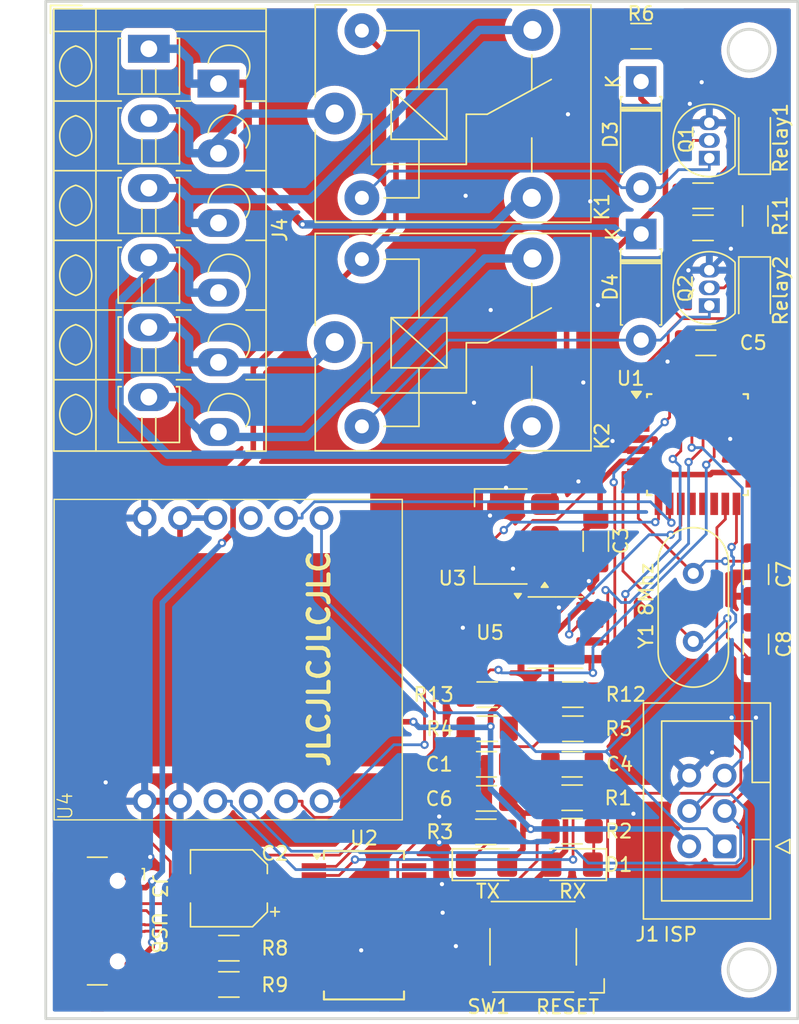
<source format=kicad_pcb>
(kicad_pcb (version 20240108) (generator "pcbnew") (generator_version "8.0")
  (layers (0 "F.Cu" signal) (31 "B.Cu" signal) (34 "B.Paste" user) (35 "F.Paste" user) (36 "B.SilkS" user "B.Silkscreen") (37 "F.SilkS" user "F.Silkscreen") (38 "B.Mask" user) (39 "F.Mask" user) (44 "Edge.Cuts" user))
  (net 0 "")
  (net 1 "GND")
  (net 2 "VCC")
  (net 3 "Net-(U2-DTR)")
  (net 4 "MCU_RESET")
  (net 5 "Net-(U1-XTAL1{slash}PB6)")
  (net 6 "Net-(U1-XTAL2{slash}PB7)")
  (net 7 "Net-(D1-K)")
  (net 8 "Net-(D2-K)")
  (net 9 "Net-(D3-A)")
  (net 10 "Net-(D4-A)")
  (net 11 "MCU_MISO")
  (net 12 "MCU_SCK")
  (net 13 "MCU_MOSI")
  (net 14 "RELAY_2_NC")
  (net 15 "RELAY_2_NO")
  (net 16 "RELAY_1_NC")
  (net 17 "RELAY_1_COM")
  (net 18 "RELAY_1_NO")
  (net 19 "RELAY_2_COM")
  (net 20 "Net-(D5-K)")
  (net 21 "Net-(U2-CBUS0)")
  (net 22 "Net-(U2-CBUS1)")
  (net 23 "MCU_TX")
  (net 24 "Net-(U2-RXD)")
  (net 25 "Net-(U2-TXD)")
  (net 26 "MCU_RX")
  (net 27 "RELAY_1")
  (net 28 "RELAY_2")
  (net 31 "Net-(D6-K)")
  (net 36 "VBUS")
  (net 40 "W5500_RST")
  (net 53 "W5500_INT")
  (net 55 "Net-(J3-CC1)")
  (net 57 "W5500_CS")
  (net 59 "Net-(J3-CC2)")
  (net 60 "I2C_SDA")
  (net 61 "EEPROM_WP")
  (net 62 "I2C_SCL")
  (net 63 "Net-(Q1-B)")
  (net 64 "Net-(Q2-B)")
  (net 65 "USB_D+")
  (net 66 "USB_D-")
  (footprint "Capacitor_SMD:C_1206_3216Metric_Pad1.33x1.80mm_HandSolder" (layer "F.Cu") (at 105.4 54.5 180)
    (property "Reference" "C5")
    (property "Value" "1µF" (hide yes))
  )
  (footprint "Crystal:Crystal_HC49-4H_Vertical" (layer "F.Cu") (at 104.5 71.05 -90)
    (property "Reference" "Y1")
    (property "Value" "16Mhz" (hide yes))
  )
  (footprint "Button_Switch_SMD:SW_SPST_Omron_B3FS-100xP" (layer "F.Cu") (at 93 97.85 180)
    (property "Reference" "SW1")
    (property "Value" "SW_Omron_B3FS" (hide yes))
  )
  (footprint "Resistor_SMD:R_1206_3216Metric_Pad1.30x1.75mm_HandSolder" (layer "F.Cu") (at 89.7 82.2)
    (property "Reference" "R4")
    (property "Value" "1K" (hide yes))
  )
  (footprint "Relay_THT:Relay_SPDT_SANYOU_SRD_Series_Form_C" (layer "F.Cu") (at 78.75 38.05)
    (property "Reference" "K1")
    (property "Value" "SRD-05VDC-SL-C" (hide yes))
  )
  (footprint "Resistor_SMD:R_1206_3216Metric_Pad1.30x1.75mm_HandSolder" (layer "F.Cu") (at 89.7 79.75 180)
    (property "Reference" "R13")
    (property "Value" "10K" (hide yes))
  )
  (footprint "Resistor_SMD:R_1206_3216Metric_Pad1.30x1.75mm_HandSolder" (layer "F.Cu") (at 105.2 46.25)
    (property "Reference" "R10" (hide yes))
    (property "Value" "1K" (hide yes))
  )
  (footprint "Capacitor_SMD:CP_Elec_5x5.8" (layer "F.Cu") (at 71.15 93.65 180)
    (property "Reference" "C2")
    (property "Value" "100µF")
  )
  (footprint "Package_SO:SOIC-8_3.9x4.9mm_P1.27mm" (layer "F.Cu") (at 94.6 75.3)
    (property "Reference" "U5")
    (property "Value" "24LC512" (hide yes))
  )
  (footprint "Resistor_SMD:R_1206_3216Metric_Pad1.30x1.75mm_HandSolder" (layer "F.Cu") (at 95.8 87.15)
    (property "Reference" "R1")
    (property "Value" "1K")
  )
  (footprint "LED_SMD:LED_1206_3216Metric_Pad1.42x1.75mm_HandSolder" (layer "F.Cu") (at 108.9 39.95 90)
    (property "Reference" "D5" (hide yes))
    (property "Value" "Relay1" (hide yes))
  )
  (footprint "Capacitor_SMD:C_1206_3216Metric_Pad1.33x1.80mm_HandSolder" (layer "F.Cu") (at 109 76.1275 90)
    (property "Reference" "C8")
    (property "Value" "20pF" (hide yes))
  )
  (footprint "Connector_IDC:IDC-Header_2x03_P2.54mm_Vertical" (layer "F.Cu") (at 106.75 90.64 180)
    (property "Reference" "J1")
    (property "Value" "AVR-ISP-6" (hide yes))
  )
  (footprint "Package_QFP:TQFP-32_7x7mm_P0.8mm" (layer "F.Cu") (at 104.8 61.81)
    (property "Reference" "U1")
    (property "Value" "ATmega328P-A" (hide yes))
  )
  (footprint "Resistor_SMD:R_1206_3216Metric_Pad1.30x1.75mm_HandSolder" (layer "F.Cu") (at 71.15 100.55 180)
    (property "Reference" "R9")
    (property "Value" "5.1K" (hide yes))
  )
  (footprint "Resistor_SMD:R_1206_3216Metric_Pad1.30x1.75mm_HandSolder" (layer "F.Cu") (at 95.85 82.2)
    (property "Reference" "R5")
    (property "Value" "1K" (hide yes))
  )
  (footprint "Diode_THT:D_DO-41_SOD81_P7.62mm_Horizontal" (layer "F.Cu") (at 100.75 35.75 -90)
    (property "Reference" "D3")
    (property "Value" "1N4007" (hide yes))
  )
  (footprint "Package_TO_SOT_THT:TO-92_Inline" (layer "F.Cu") (at 105.65 51.83 90)
    (property "Reference" "Q2")
    (property "Value" "BC546" (hide yes))
  )
  (footprint "Capacitor_SMD:C_1206_3216Metric_Pad1.33x1.80mm_HandSolder" (layer "F.Cu") (at 89.65 84.75 180)
    (property "Reference" "C1")
    (property "Value" "1µF" (hide yes))
  )
  (footprint "Connector_USB:USB_C_Receptacle_GCT_USB4110" (layer "F.Cu") (at 60.56 96 -90)
    (property "Reference" "J3")
    (property "Value" "USB_C")
  )
  (footprint "Capacitor_SMD:C_1206_3216Metric_Pad1.33x1.80mm_HandSolder" (layer "F.Cu") (at 95.8 84.75 180)
    (property "Reference" "C4")
    (property "Value" "100nF" (hide yes))
  )
  (footprint "Resistor_SMD:R_1206_3216Metric_Pad1.30x1.75mm_HandSolder" (layer "F.Cu") (at 95.8 89.55 180)
    (property "Reference" "R2")
    (property "Value" "1K" (hide yes))
  )
  (footprint "Capacitor_SMD:C_1206_3216Metric_Pad1.33x1.80mm_HandSolder" (layer "F.Cu") (at 89.65 87.2 180)
    (property "Reference" "C6")
    (property "Value" "1µF" (hide yes))
  )
  (footprint "Package_TO_SOT_SMD:SOT-223-3_TabPin2" (layer "F.Cu") (at 90.7 68.4 180)
    (property "Reference" "U3")
    (property "Value" "AMS1117-3.3" (hide yes))
  )
  (footprint "Capacitor_SMD:C_1206_3216Metric_Pad1.33x1.80mm_HandSolder" (layer "F.Cu") (at 109 71.1275 -90)
    (property "Reference" "C7")
    (property "Value" "20pF" (hide yes))
  )
  (footprint "Resistor_SMD:R_1206_3216Metric_Pad1.30x1.75mm_HandSolder" (layer "F.Cu") (at 71.15 97.95 180)
    (property "Reference" "R8")
    (property "Value" "5.1K" (hide yes))
  )
  (footprint "LED_SMD:LED_1206_3216Metric_Pad1.42x1.75mm_HandSolder" (layer "F.Cu") (at 95.8 91.95 180)
    (property "Reference" "D1")
    (property "Value" "RX-RED" (hide yes))
  )
  (footprint "Resistor_SMD:R_1206_3216Metric_Pad1.30x1.75mm_HandSolder" (layer "F.Cu") (at 105.2 43.95)
    (property "Reference" "R7" (hide yes))
    (property "Value" "1K" (hide yes))
  )
  (footprint "Resistor_SMD:R_1206_3216Metric_Pad1.30x1.75mm_HandSolder" (layer "F.Cu") (at 95.85 79.75)
    (property "Reference" "R12")
    (property "Value" "10K" (hide yes))
  )
  (footprint "Diode_THT:D_DO-41_SOD81_P7.62mm_Horizontal" (layer "F.Cu") (at 100.75 46.69 -90)
    (property "Reference" "D4")
    (property "Value" "1N4007" (hide yes))
  )
  (footprint "LED_SMD:LED_1206_3216Metric_Pad1.42x1.75mm_HandSolder" (layer "F.Cu") (at 89.65 91.95)
    (property "Reference" "D2" (hide yes))
    (property "Value" "TX-GREEN" (hide yes))
  )
  (footprint "Relay_THT:Relay_SPDT_SANYOU_SRD_Series_Form_C" (layer "F.Cu") (at 78.75 54.45)
    (property "Reference" "K2")
    (property "Value" "SRD-05VDC-SL-C" (hide yes))
  )
  (footprint "W5500Mini:W5500Mini" (layer "F.Cu") (at 58.1 89.25 90)
    (property "Reference" "U4")
    (property "Value" "~" (hide yes))
  )
  (footprint "Package_TO_SOT_THT:TO-92_Inline" (layer "F.Cu") (at 105.65 41.25 90)
    (property "Reference" "Q1")
    (property "Value" "BC546" (hide yes))
  )
  (footprint "Capacitor_SMD:C_1206_3216Metric_Pad1.33x1.80mm_HandSolder" (layer "F.Cu") (at 97.5 68.75 -90)
    (property "Reference" "C3")
    (property "Value" "1µF" (hide yes))
  )
  (footprint "TerminalBlock_WAGO:TerminalBlock_WAGO_804-106_1x06_P5.00mm_45Degree" (layer "F.Cu") (at 65.4 33.4 -90)
    (property "Reference" "J4")
    (property "Value" "Screw_Terminal_01x06" (hide yes))
  )
  (footprint "LED_SMD:LED_1206_3216Metric_Pad1.42x1.75mm_HandSolder" (layer "F.Cu") (at 108.9 50.8 -90)
    (property "Reference" "D6" (hide yes))
    (property "Value" "Relay2" (hide yes))
  )
  (footprint "Resistor_SMD:R_1206_3216Metric_Pad1.30x1.75mm_HandSolder" (layer "F.Cu") (at 100.75 32.5)
    (property "Reference" "R6")
    (property "Value" "1K" (hide yes))
  )
  (footprint "Resistor_SMD:R_1206_3216Metric_Pad1.30x1.75mm_HandSolder" (layer "F.Cu") (at 89.6 89.6 180)
    (property "Reference" "R3")
    (property "Value" "1K" (hide yes))
  )
  (footprint "Package_SO:SSOP-28_5.3x10.2mm_P0.65mm" (layer "F.Cu") (at 80.85 96.3)
    (property "Reference" "U2")
    (property "Value" "FT232RL")
  )
  (footprint "Resistor_SMD:R_1206_3216Metric_Pad1.30x1.75mm_HandSolder" (layer "F.Cu") (at 108.95 45.4 90)
    (property "Reference" "R11")
    (property "Value" "1K" (hide yes))
  )
  (gr_line (start 81.1 69.4) (end 81.1 68.5) (stroke (width 0.2)) (layer "F.Cu") (net 2))
  (gr_line (start 84 71.9) (end 83.6 72.3) (stroke (width 0.2)) (layer "F.Cu") (net 2))
  (gr_line (start 81.2 69.5) (end 81.2 68.4) (stroke (width 0.2)) (layer "F.Cu") (net 2))
  (gr_line (start 80.1 69.5) (end 81.2 69.5) (stroke (width 0.2)) (layer "F.Cu") (net 2))
  (gr_line (start 83.6 71.8) (end 84.2 71.8) (stroke (width 0.2)) (layer "F.Cu") (net 2))
  (gr_line (start 81.3 69.6) (end 81.3 68.2) (stroke (width 0.2)) (layer "F.Cu") (net 2))
  (gr_line (start 80.5 69.2) (end 80.9 69.2) (stroke (width 0.2)) (layer "F.Cu") (net 2))
  (gr_rect (start 61.75 69.7) (end 83.5 84.8) (stroke (width 0.2)) (fill solid) (layer "F.Cu") (net 2))
  (gr_line (start 80.6 69.1) (end 80.8 69.1) (stroke (width 0.2)) (layer "F.Cu") (net 2))
  (gr_line (start 81 69.3) (end 81 68.7) (stroke (width 0.2)) (layer "F.Cu") (net 2))
  (gr_line (start 81.396545 69.724487) (end 78.696581 69.724487) (stroke (width 0.2)) (layer "F.Cu") (net 2))
  (gr_line (start 81.398466 67.12641) (end 81.396545 69.724487) (stroke (width 0.2)) (layer "F.Cu") (net 2))
  (gr_line (start 80.8 69.1) (end 80.8 69) (stroke (width 0.2)) (layer "F.Cu") (net 2))
  (gr_line (start 80.4 69.3) (end 81 69.3) (stroke (width 0.2)) (layer "F.Cu") (net 2))
  (gr_line (start 79.8 69.6) (end 81.3 69.6) (stroke (width 0.2)) (layer "F.Cu") (net 2))
  (gr_arc (start 83.5 73.1) (mid 83.910051 72.110051) (end 84.9 71.7) (stroke (width 0.2)) (layer "F.Cu") (net 2))
  (gr_line (start 80.9 69.2) (end 80.9 68.8) (stroke (width 0.2)) (layer "F.Cu") (net 2))
  (gr_line (start 83.6 71.9) (end 84 71.9) (stroke (width 0.2)) (layer "F.Cu") (net 2))
  (gr_line (start 83.6 72.3) (end 83.7 71.9) (stroke (width 0.2)) (layer "F.Cu") (net 2))
  (gr_arc (start 81.398465 67.12641) (mid 80.599998 69) (end 78.696579 69.724487) (stroke (width 0.2)) (layer "F.Cu") (net 2))
  (gr_rect (start 81.4 64.9) (end 89.3 71.7) (stroke (width 0.2)) (fill solid) (layer "F.Cu") (net 2))
  (gr_line (start 80.2 69.4) (end 81.1 69.4) (stroke (width 0.2)) (layer "F.Cu") (net 2))
  (gr_line (start 112 103) (end 112 30) (stroke (width 0.2)) (layer "Edge.Cuts"))
  (gr_line (start 112 30) (end 58 30) (stroke (width 0.2)) (layer "Edge.Cuts"))
  (gr_line (start 58 103) (end 112 103) (stroke (width 0.2)) (layer "Edge.Cuts"))
  (gr_circle (center 108.5 99.5) (end 110 99.5) (stroke (width 0.2)) (fill none) (layer "Edge.Cuts"))
  (gr_circle (center 108.5 33.5) (end 110 33.5) (stroke (width 0.2)) (fill none) (layer "Edge.Cuts"))
  (gr_line (start 58 30) (end 58 103) (stroke (width 0.2)) (layer "Edge.Cuts"))
  (gr_text "ISP" (at 102.25 97.55 0) (layer "F.SilkS") (effects (font (size 1 1)) (justify left bottom)))
  (gr_text "8Mhz" (at 101.7 74.2 90) (layer "F.SilkS") (effects (font (size 1 1)) (justify left bottom)))
  (gr_text "Relay1" (at 111.35 42.4 90) (layer "F.SilkS") (effects (font (size 1 1)) (justify left bottom)))
  (gr_text "JLCJLCJLCJLC" (at 78.5 85.1 90) (layer "F.SilkS") (effects (font (size 1.5 1.5) (thickness 0.3) (bold yes)) (justify left bottom)))
  (gr_text "RX" (at 94.75 94.45 0) (layer "F.SilkS") (effects (font (size 1 1)) (justify left bottom)))
  (gr_text "TX" (at 88.8 94.45 0) (layer "F.SilkS") (effects (font (size 1 1)) (justify left bottom)))
  (gr_text "Relay2" (at 111.35 53.35 90) (layer "F.SilkS") (effects (font (size 1 1)) (justify left bottom)))
  (gr_text "USB" (at 65.55 95.25 -90) (layer "F.SilkS") (effects (font (size 1 1)) (justify left bottom)))
  (gr_text "RESET" (at 93.1 102.75 0) (layer "F.SilkS") (effects (font (size 1 1)) (justify left bottom)))
  (segment (start 63.665 92.225) (end 64.24 92.8) (width 0.4) (layer "F.Cu") (net 1))
  (segment (start 94.745 73.395) (end 94.85 73.5) (width 0.4) (layer "F.Cu") (net 1))
  (segment (start 68.95 93.65) (end 71.3 96) (width 0.4) (layer "F.Cu") (net 1))
  (segment (start 93.85 72.5) (end 93.85 70.7) (width 0.4) (layer "F.Cu") (net 1))
  (segment (start 72.7 97.95) (end 72.7 100.55) (width 0.4) (layer "F.Cu") (net 1))
  (segment (start 109 74.565) (end 109.515 74.565) (width 0.4) (layer "F.Cu") (net 1))
  (segment (start 88.25 97.8) (end 89 97.05) (width 0.4) (layer "F.Cu") (net 1))
  (segment (start 100.55 60.61) (end 99.59 60.61) (width 0.4) (layer "F.Cu") (net 1))
  (segment (start 104.2 38.7) (end 104.2 37.4) (width 0.4) (layer "F.Cu") (net 1))
  (segment (start 63.665 90.89) (end 63.665 92.225) (width 0.4) (layer "F.Cu") (net 1))
  (segment (start 61.55 87.4) (end 60.25 86.1) (width 0.4) (layer "F.Cu") (net 1))
  (segment (start 84.45 93.375) (end 84.45 94.025) (width 0.4) (layer "F.Cu") (net 1))
  (segment (start 60.25 68.55) (end 61.7 67.1) (width 0.4) (layer "F.Cu") (net 1))
  (segment (start 61.55 88.35) (end 61.55 87.4) (width 0.4) (layer "F.Cu") (net 1))
  (segment (start 110.45 79.95) (end 109 81.4) (width 0.4) (layer "F.Cu") (net 1))
  (segment (start 63.665 90.89) (end 64.99 90.89) (width 0.4) (layer "F.Cu") (net 1))
  (segment (start 86.25 88.5) (end 86.25 87.75) (width 0.4) (layer "F.Cu") (net 1))
  (segment (start 107.16 61.41) (end 107.15 61.4) (width 0.4) (layer "F.Cu") (net 1))
  (segment (start 60.25 86.1) (end 60.25 68.55) (width 0.4) (layer "F.Cu") (net 1))
  (segment (start 71.3 96) (end 73.2 96) (width 0.4) (layer "F.Cu") (net 1))
  (segment (start 84.45 98.575) (end 86.675 98.575) (width 0.4) (layer "F.Cu") (net 1))
  (segment (start 64.24 92.8) (end 64.5 92.8) (width 0.4) (layer "F.Cu") (net 1))
  (segment (start 104.2 37.4) (end 104.25 37.35) (width 0.4) (layer "F.Cu") (net 1))
  (segment (start 67.605 87.365) (end 67.605 85.8) (width 0.4) (layer "F.Cu") (net 1))
  (segment (start 81.125 98.575) (end 84.45 98.575) (width 0.4) (layer "F.Cu") (net 1))
  (segment (start 98.7 61.5) (end 98.7 61.55) (width 0.4) (layer "F.Cu") (net 1))
  (segment (start 108.95 44.05) (end 108.95 43.85) (width 0.4) (layer "F.Cu") (net 1))
  (segment (start 103.8375 54.5) (end 102.65 55.85) (width 0.4) (layer "F.Cu") (net 1))
  (segment (start 65.1 87.4) (end 67.64 87.4) (width 0.4) (layer "F.Cu") (net 1))
  (segment (start 86.425 93.375) (end 86.45 93.35) (width 0.4) (layer "F.Cu") (net 1))
  (segment (start 105.85 83.9) (end 104.21 85.54) (width 0.4) (layer "F.Cu") (net 1))
  (segment (start 89 97.05) (end 89 95.6) (width 0.4) (layer "F.Cu") (net 1))
  (segment (start 59.735 101.11) (end 59.735 90.89) (width 0.4) (layer "F.Cu") (net 1))
  (segment (start 64.99 90.89) (end 65.5 91.4) (width 0.4) (layer "F.Cu") (net 1))
  (segment (start 80.65 98.1) (end 80.65 97.5) (width 0.4) (layer "F.Cu") (net 1))
  (segment (start 104.21 85.54) (end 104.21 85.56) (width 0.4) (layer "F.Cu") (net 1))
  (segment (start 86.45 90.55) (end 86.25 90.35) (width 0.4) (layer "F.Cu") (net 1))
  (segment (start 68.95 91.6) (end 68.95 93.65) (width 0.4) (layer "F.Cu") (net 1))
  (segment (start 89 95.6) (end 97 95.6) (width 0.4) (layer "F.Cu") (net 1))
  (segment (start 105.65 38.71) (end 105.64 38.7) (width 0.4) (layer "F.Cu") (net 1))
  (segment (start 67.605 85.8) (end 65.1 85.8) (width 0.4) (layer "F.Cu") (net 1))
  (segment (start 86.25 87.75) (end 86.8 87.2) (width 0.4) (layer "F.Cu") (net 1))
  (segment (start 62.55 85.8) (end 62.3 86.05) (width 0.4) (layer "F.Cu") (net 1))
  (segment (start 73.2 96) (end 77.225 96) (width 0.4) (layer "F.Cu") (net 1))
  (segment (start 99.59 60.61) (end 98.7 61.5) (width 0.4) (layer "F.Cu") (net 1))
  (segment (start 63.665 101.11) (end 59.735 101.11) (width 0.4) (layer "F.Cu") (net 1))
  (segment (start 86.8 87.2) (end 88.0875 87.2) (width 0.4) (layer "F.Cu") (net 1))
  (segment (start 65.5 91.8) (end 65.5 91.4) (width 0.4) (layer "F.Cu") (net 1))
  (segment (start 110.45 75.5) (end 110.45 79.95) (width 0.4) (layer "F.Cu") (net 1))
  (segment (start 61.7 67.1) (end 65.08 67.1) (width 0.4) (layer "F.Cu") (net 1))
  (segment (start 86.5 95.4) (end 86.5 95.65) (width 0.4) (layer "F.Cu") (net 1))
  (segment (start 105.65 49.29) (end 104.16 49.29) (width 0.4) (layer "F.Cu") (net 1))
  (segment (start 105.64 38.7) (end 104.2 38.7) (width 0.4) (layer "F.Cu") (net 1))
  (segment (start 67.64 87.4) (end 67.65 87.41) (width 0.4) (layer "F.Cu") (net 1))
  (segment (start 79.125 95.975) (end 77.25 95.975) (width 0.4) (layer "F.Cu") (net 1))
  (segment (start 109.515 74.565) (end 110.45 75.5) (width 0.4) (layer "F.Cu") (net 1))
  (segment (start 65.1 87.4) (end 65.1 85.8) (width 0.4) (layer "F.Cu") (net 1))
  (segment (start 97.5 71.1) (end 97.5 70.3125) (width 0.4) (layer "F.Cu") (net 1))
  (segment (start 80.65 97.5) (end 79.125 95.975) (width 0.4) (layer "F.Cu") (net 1))
  (segment (start 109 74.565) (end 109 72.69) (width 0.4) (layer "F.Cu") (net 1))
  (segment (start 84.45 96.625) (end 85.3 96.65) (width 0.4) (layer "F.Cu") (net 1))
  (segment (start 97 71.6) (end 97.5 71.1) (width 0.4) (layer "F.Cu") (net 1))
  (segment (start 77.225 96) (end 77.25 95.975) (width 0.4) (layer "F.Cu") (net 1))
  (segment (start 72.7 97.95) (end 72.7 96) (width 0.4) (layer "F.Cu") (net 1))
  (segment (start 94.85 73.5) (end 93.85 72.5) (width 0.4) (layer "F.Cu") (net 1))
  (segment (start 86.675 98.575) (end 87.45 97.8) (width 0.4) (layer "F.Cu") (net 1))
  (segment (start 96.6 64.1) (end 96.25 64.45) (width 0.4) (layer "F.Cu") (net 1))
  (segment (start 87.45 97.8) (end 88.25 97.8) (width 0.4) (layer "F.Cu") (net 1))
  (segment (start 59.735 90.89) (end 59.735 90.165) (width 0.4) (layer "F.Cu") (net 1))
  (segment (start 84.45 93.375) (end 86.425 93.375) (width 0.4) (layer "F.Cu") (net 1))
  (segment (start 92.125 75.935) (end 92.125 74.665) (width 0.4) (layer "F.Cu") (net 1))
  (segment (start 86.45 93.35) (end 86.45 90.55) (width 0.4) (layer "F.Cu") (net 1))
  (segment (start 92.125 77.205) (end 92.125 75.935) (width 0.4) (layer "F.Cu") (net 1))
  (segment (start 59.735 90.165) (end 61.55 88.35) (width 0.4) (layer "F.Cu") (net 1))
  (segment (start 99.36 62.21) (end 98.7 61.55) (width 0.4) (layer "F.Cu") (net 1))
  (segment (start 91.55 70.7125) (end 91.5625 70.7) (width 0.4) (layer "F.Cu") (net 1))
  (segment (start 106.75 46.25) (end 106.75 47.3) (width 0.4) (layer "F.Cu") (net 1))
  (segment (start 109 81.4) (end 107.25 81.4) (width 0.4) (layer "F.Cu") (net 1))
  (segment (start 91.5625 70.7) (end 93.85 70.7) (width 0.4) (layer "F.Cu") (net 1))
  (segment (start 89.9 66.05) (end 89.9 66.9) (width 0.4) (layer "F.Cu") (net 1))
  (segment (start 85.525 96.625) (end 84.45 96.625) (width 0.4) (layer "F.Cu") (net 1))
  (segment (start 92.125 74.665) (end 92.125 73.395) (width 0.4) (layer "F.Cu") (net 1))
  (segment (start 88.0875 87.2) (end 88.0875 84.75) (width 0.4) (layer "F.Cu") (net 1))
  (segment (start 106.75 46.25) (end 108.95 44.05) (width 0.4) (layer "F.Cu") (net 1))
  (segment (start 109.05 61.41) (end 107.16 61.41) (width 0.4) (layer "F.Cu") (net 1))
  (segment (start 80.65 98.1) (end 81.125 98.575) (width 0.4) (layer "F.Cu") (net 1))
  (segment (start 106.75 47.3) (end 107.2 47.75) (width 0.4) (layer "F.Cu") (net 1))
  (segment (start 65.1 85.8) (end 62.55 85.8) (width 0.4) (layer "F.Cu") (net 1))
  (segment (start 104.16 49.29) (end 104.15 49.3) (width 0.4) (layer "F.Cu") (net 1))
  (segment (start 92.125 73.395) (end 94.745 73.395) (width 0.4) (layer "F.Cu") (net 1))
  (segment (start 91.05 64.9) (end 89.9 66.05) (width 0.4) (layer "F.Cu") (net 1))
  (segment (start 65.08 67.1) (end 65.1 67.08) (width 0.4) (layer "F.Cu") (net 1))
  (segment (start 86.5 95.65) (end 85.525 96.625) (width 0.4) (layer "F.Cu") (net 1))
  (segment (start 100.55 62.21) (end 99.36 62.21) (width 0.4) (layer "F.Cu") (net 1))
  (segment (start 64.5 92.8) (end 65.5 91.8) (width 0.4) (layer "F.Cu") (net 1))
  (segment (start 63.665 99.775) (end 64.24 99.2) (width 0.4) (layer "F.Cu") (net 1))
  (segment (start 67.65 90.3) (end 68.95 91.6) (width 0.4) (layer "F.Cu") (net 1))
  (segment (start 67.64 87.4) (end 67.605 87.365) (width 0.4) (layer "F.Cu") (net 1))
  (segment (start 65.1 87.4) (end 61.55 87.4) (width 0.4) (layer "F.Cu") (net 1))
  (segment (start 63.665 101.11) (end 63.665 99.775) (width 0.4) (layer "F.Cu") (net 1))
  (segment (start 96.6 57.35) (end 96.6 64.1) (width 0.4) (layer "F.Cu") (net 1))
  (segment (start 67.65 87.41) (end 67.65 90.3) (width 0.4) (layer "F.Cu") (net 1))
  (via (at 86.45 93.35) (size 0.6) (drill 0.3) (layers "F.Cu" "B.Cu") (net 1))
  (via (at 105.1 35.8) (size 0.6) (drill 0.3) (layers "F.Cu" "B.Cu") (net 1))
  (via (at 86.5 95.4) (size 0.6) (drill 0.3) (layers "F.Cu" "B.Cu") (net 1))
  (via (at 98.7 61.55) (size 0.6) (drill 0.3) (layers "F.Cu" "B.Cu") (net 1))
  (via (at 80.65 98.1) (size 0.6) (drill 0.3) (layers "F.Cu" "B.Cu") (net 1))
  (via (at 87.45 97.8) (size 0.6) (drill 0.3) (layers "F.Cu" "B.Cu") (net 1))
  (via (at 96.6 57.35) (size 0.6) (drill 0.3) (layers "F.Cu" "B.Cu") (net 1))
  (via (at 107.2 47.75) (size 0.6) (drill 0.3) (layers "F.Cu" "B.Cu") (net 1))
  (via (at 97.1 44.35) (size 0.6) (drill 0.3) (layers "F.Cu" "B.Cu") (net 1))
  (via (at 107.25 81.4) (size 0.6) (drill 0.3) (layers "F.Cu" "B.Cu") (net 1))
  (via (at 86.25 90.35) (size 0.6) (drill 0.3) (layers "F.Cu" "B.Cu") (net 1))
  (via (at 97 71.6) (size 0.6) (drill 0.3) (layers "F.Cu" "B.Cu") (net 1))
  (via (at 104.25 37.35) (size 0.6) (drill 0.3) (layers "F.Cu" "B.Cu") (net 1))
  (via (at 95.5 38.1) (size 0.6) (drill 0.3) (layers "F.Cu" "B.Cu") (net 1))
  (via (at 104.15 49.3) (size 0.6) (drill 0.3) (layers "F.Cu" "B.Cu") (net 1))
  (via (at 89.95 52.15) (size 0.6) (drill 0.3) (layers "F.Cu" "B.Cu") (net 1))
  (via (at 89.9 66.9) (size 0.6) (drill 0.3) (layers "F.Cu" "B.Cu") (net 1))
  (via (at 102.65 55.85) (size 0.6) (drill 0.3) (layers "F.Cu" "B.Cu") (net 1))
  (via (at 65.5 91.4) (size 0.6) (drill 0.3) (layers "F.Cu" "B.Cu") (net 1))
  (via (at 86.25 88.5) (size 0.6) (drill 0.3) (layers "F.Cu" "B.Cu") (net 1))
  (via (at 100.2 88.3) (size 0.6) (drill 0.3) (layers "F.Cu" "B.Cu") (net 1))
  (via (at 97.65 51.8) (size 0.6) (drill 0.3) (layers "F.Cu" "B.Cu") (net 1))
  (via (at 87.95 74.95) (size 0.6) (drill 0.3) (layers "F.Cu" "B.Cu") (net 1))
  (via (at 88.15 43.95) (size 0.6) (drill 0.3) (layers "F.Cu" "B.Cu") (net 1))
  (via (at 96.25 64.45) (size 0.6) (drill 0.3) (layers "F.Cu" "B.Cu") (net 1))
  (via (at 91.05 64.9) (size 0.6) (drill 0.3) (layers "F.Cu" "B.Cu") (net 1))
  (via (at 109 81.4) (size 0.6) (drill 0.3) (layers "F.Cu" "B.Cu") (net 1))
  (via (at 88.75 58.8) (size 0.6) (drill 0.3) (layers "F.Cu" "B.Cu") (net 1))
  (via (at 62.3 86.05) (size 0.6) (drill 0.3) (layers "F.Cu" "B.Cu") (net 1))
  (via (at 94.85 73.5) (size 0.6) (drill 0.3) (layers "F.Cu" "B.Cu") (net 1))
  (via (at 105.85 83.9) (size 0.6) (drill 0.3) (layers "F.Cu" "B.Cu") (net 1))
  (via (at 91.55 70.7125) (size 0.6) (drill 0.3) (layers "F.Cu" "B.Cu") (net 1))
  (via (at 107.15 61.4) (size 0.6) (drill 0.3) (layers "F.Cu" "B.Cu") (net 1))
  (segment (start 91.5 64.45) (end 91.05 64.9) (width 0.4) (layer "B.Cu") (net 1))
  (segment (start 95.1 73.5) (end 94.85 73.5) (width 0.4) (layer "B.Cu") (net 1))
  (segment (start 96.6 57.35) (end 97.05 57.35) (width 0.4) (layer "B.Cu") (net 1))
  (segment (start 104.15 49.3) (end 104.15 48.45) (width 0.4) (layer "B.Cu") (net 1))
  (segment (start 105.65 49.29) (end 107.2 47.75) (width 0.4) (layer "B.Cu") (net 1))
  (segment (start 86.95 95.85) (end 86.95 97.3) (width 0.4) (layer "B.Cu") (net 1))
  (segment (start 102.65 55.85) (end 106.05 55.85) (width 0.4) (layer "B.Cu") (net 1))
  (segment (start 96.25 64.45) (end 91.5 64.45) (width 0.4) (layer "B.Cu") (net 1))
  (segment (start 98.2 61.05) (end 98.7 61.55) (width 0.4) (layer "B.Cu") (net 1))
  (segment (start 104.85 47.75) (end 107.2 47.75) (width 0.4) (layer "B.Cu") (net 1))
  (segment (start 105.85 82.8) (end 105.85 83.9) (width 0.4) (layer "B.Cu") (net 1))
  (segment (start 106.5 37.35) (end 107.3 38.15) (width 0.4) (layer "B.Cu") (net 1))
  (segment (start 86.45 93.35) (end 86.45 95.35) (width 0.4) (layer "B.Cu") (net 1))
  (segment (start 86.25 90.35) (end 86.25 88.5) (width 0.4) (layer "B.Cu") (net 1))
  (segment (start 107.15 56.95) (end 107.15 61.4) (width 0.4) (layer "B.Cu") (net 1))
  (segment (start 89.9 66.9) (end 89.9 69.0625) (width 0.4) (layer "B.Cu") (net 1))
  (segment (start 107.25 81.4) (end 105.85 82.8) (width 0.4) (layer "B.Cu") (net 1))
  (segment (start 107.3 38.15) (end 107.3 47.65) (width 0.4) (layer "B.Cu") (net 1))
  (segment (start 89.9 69.0625) (end 91.55 70.7125) (width 0.4) (layer "B.Cu") (net 1))
  (segment (start 65.5 87.8) (end 65.1 87.4) (width 0.4) (layer "B.Cu") (net 1))
  (segment (start 98.2 58.5) (end 98.2 61.05) (width 0.4) (layer "B.Cu") (net 1))
  (segment (start 104.25 37.35) (end 106.5 37.35) (width 0.4) (layer "B.Cu") (net 1))
  (segment (start 97.05 57.35) (end 98.2 58.5) (width 0.4) (layer "B.Cu") (net 1))
  (segment (start 86.5 95.4) (end 86.95 95.85) (width 0.4) (layer "B.Cu") (net 1))
  (segment (start 86.95 97.3) (end 87.45 97.8) (width 0.4) (layer "B.Cu") (net 1))
  (segment (start 107.3 47.65) (end 107.2 47.75) (width 0.4) (layer "B.Cu") (net 1))
  (segment (start 106.05 55.85) (end 107.15 56.95) (width 0.4) (layer "B.Cu") (net 1))
  (segment (start 86.45 95.35) (end 86.5 95.4) (width 0.4) (layer "B.Cu") (net 1))
  (segment (start 65.5 91.4) (end 65.5 87.8) (width 0.4) (layer "B.Cu") (net 1))
  (segment (start 97 71.6) (end 95.1 73.5) (width 0.4) (layer "B.Cu") (net 1))
  (segment (start 104.15 48.45) (end 104.85 47.75) (width 0.4) (layer "B.Cu") (net 1))
  (segment (start 93.1464 88.2536) (end 94.25 87.15) (width 0.4) (layer "F.Cu") (net 2))
  (segment (start 92.2661 90.8214) (end 92.2661 89.3934) (width 0.4) (layer "F.Cu") (net 2))
  (segment (start 96.1726 68.4) (end 93.85 68.4) (width 0.4) (layer "F.Cu") (net 2))
  (segment (start 67.64 72.265) (end 67.64 67.08) (width 0.4) (layer "F.Cu") (net 2))
  (segment (start 110.252 57.7892) (end 107.949 55.4869) (width 0.4) (layer "F.Cu") (net 2))
  (segment (start 89.9394 81.0606) (end 91.25 79.75) (width 0.4) (layer "F.Cu") (net 2))
  (segment (start 78.7 77.25) (end 72.625 77.25) (width 0.4) (layer "F.Cu") (net 2))
  (segment (start 95.3209 90.9416) (end 94.3125 91.95) (width 0.4) (layer "F.Cu") (net 2))
  (segment (start 97.8056 66.8819) (end 97.5 67.1875) (width 0.4) (layer "F.Cu") (net 2))
  (segment (start 107.949 55.4869) (end 106.9625 54.5004) (width 0.4) (layer "F.Cu") (net 2))
  (segment (start 91.8386 94.4239) (end 94.3125 91.95) (width 0.4) (layer "F.Cu") (net 2))
  (segment (start 85.7252 97.275) (end 85.7267 97.275) (width 0.4) (layer "F.Cu") (net 2))
  (segment (start 87.35 96.3) (end 87.35 95.1413) (width 0.4) (layer "F.Cu") (net 2))
  (segment (start 96.1726 68.4) (end 96.1726 72.4926) (width 0.4) (layer "F.Cu") (net 2))
  (segment (start 84.4 81.7) (end 77.075 81.7) (width 0.4) (layer "F.Cu") (net 2))
  (segment (start 92.2661 89.3934) (end 92.2661 88.2536) (width 0.4) (layer "F.Cu") (net 2))
  (segment (start 89.9394 82.0376) (end 89.9394 81.0606) (width 0.4) (layer "F.Cu") (net 2))
  (segment (start 72.625 77.25) (end 77.075 81.7) (width 0.4) (layer "F.Cu") (net 2))
  (segment (start 99.2938 63.01) (end 97.8056 64.4982) (width 0.4) (layer "F.Cu") (net 2))
  (segment (start 106.9625 54.5004) (end 106.9625 54.5) (width 0.4) (layer "F.Cu") (net 2))
  (segment (start 96.1726 72.4926) (end 96.793 73.113) (width 0.4) (layer "F.Cu") (net 2))
  (segment (start 87.55 68.4) (end 78.7 77.25) (width 0.4) (layer "F.Cu") (net 2))
  (segment (start 85.7267 97.275) (end 85.7267 97.925) (width 0.4) (layer "F.Cu") (net 2))
  (segment (start 96.2875 68.4) (end 97.5 67.1875) (width 0.4) (layer "F.Cu") (net 2))
  (segment (start 96.793 73.113) (end 94.3 75.606) (width 0.4) (layer "F.Cu") (net 2))
  (segment (start 91.1375 91.95) (end 92.2661 90.8214) (width 0.4) (layer "F.Cu") (net 2))
  (segment (start 86.375 97.275) (end 87.35 96.3) (width 0.4) (layer "F.Cu") (net 2))
  (segment (start 77.075 81.7) (end 72.625 77.25) (width 0.4) (layer "F.Cu") (net 2))
  (segment (start 94.3 79.75) (end 91.25 79.75) (width 0.4) (layer "F.Cu") (net 2))
  (segment (start 81.7767 97.275) (end 84.45 97.275) (width 0.4) (layer "F.Cu") (net 2))
  (segment (start 100.55 63.01) (end 99.2938 63.01) (width 0.4) (layer "F.Cu") (net 2))
  (segment (start 77.25 94.025) (end 78.5267 94.025) (width 0.4) (layer "F.Cu") (net 2))
  (segment (start 84.45 97.275) (end 85.7252 97.275) (width 0.4) (layer "F.Cu") (net 2))
  (segment (start 96.1726 68.4) (end 96.2875 68.4) (width 0.4) (layer "F.Cu") (net 2))
  (segment (start 110.252 63.81) (end 110.252 57.7892) (width 0.4) (layer "F.Cu") (net 2))
  (segment (start 101.752 61.41) (end 101.752 63.01) (width 0.4) (layer "F.Cu") (net 2))
  (segment (start 105.719 63.9569) (end 105.866 63.81) (width 0.4) (layer "F.Cu") (net 2))
  (segment (start 100.55 63.01) (end 101.752 63.01) (width 0.4) (layer "F.Cu") (net 2))
  (segment (start 88.0674 94.4239) (end 91.8386 94.4239) (width 0.4) (layer "F.Cu") (net 2))
  (segment (start 100.55 61.41) (end 101.752 61.41) (width 0.4) (layer "F.Cu") (net 2))
  (segment (start 109.05 63.81) (end 110.252 63.81) (width 0.4) (layer "F.Cu") (net 2))
  (segment (start 97.8056 64.4982) (end 97.8056 66.8819) (width 0.4) (layer "F.Cu") (net 2))
  (segment (start 73.35 93.65) (end 73.725 94.025) (width 0.4) (layer "F.Cu") (net 2))
  (segment (start 91.2125 84.75) (end 91.2125 87.2) (width 0.4) (layer "F.Cu") (net 2))
  (segment (start 101.752 63.01) (end 102.699 63.9569) (width 0.4) (layer "F.Cu") (net 2))
  (segment (start 94.25 87.15) (end 95.3209 88.2209) (width 0.4) (layer "F.Cu") (net 2))
  (segment (start 105.866 63.81) (end 109.05 63.81) (width 0.4) (layer "F.Cu") (net 2))
  (segment (start 78.5267 94.025) (end 81.7767 97.275) (width 0.4) (layer "F.Cu") (net 2))
  (segment (start 96.793 73.113) (end 97.075 73.395) (width 0.4) (layer "F.Cu") (net 2))
  (segment (start 87.35 95.1413) (end 88.0674 94.4239) (width 0.4) (layer "F.Cu") (net 2))
  (segment (start 95.3209 88.2209) (end 95.3209 90.9416) (width 0.4) (layer "F.Cu") (net 2))
  (segment (start 92.2661 88.2536) (end 93.1464 88.2536) (width 0.4) (layer "F.Cu") (net 2))
  (segment (start 85.7267 97.925) (end 84.45 97.925) (width 0.4) (layer "F.Cu") (net 2))
  (segment (start 73.725 94.025) (end 77.25 94.025) (width 0.4) (layer "F.Cu") (net 2))
  (segment (start 107.949 55.4869) (end 106.962 54.5002) (width 0.4) (layer "F.Cu") (net 2))
  (segment (start 92.8212 89.3934) (end 92.2661 89.3934) (width 0.4) (layer "F.Cu") (net 2))
  (segment (start 72.625 77.25) (end 67.64 72.265) (width 0.4) (layer "F.Cu") (net 2))
  (segment (start 102.699 63.9569) (end 105.719 63.9569) (width 0.4) (layer "F.Cu") (net 2))
  (segment (start 94.3 75.606) (end 94.3 79.75) (width 0.4) (layer "F.Cu") (net 2))
  (segment (start 92.2661 88.2536) (end 91.2125 87.2) (width 0.4) (layer "F.Cu") (net 2))
  (segment (start 85.7252 97.275) (end 86.375 97.275) (width 0.4) (layer "F.Cu") (net 2))
  (via (at 89.9394 82.0376) (size 0.6) (drill 0.3) (layers "F.Cu" "B.Cu") (net 2))
  (via (at 84.4 81.7) (size 0.6) (drill 0.3) (layers "F.Cu" "B.Cu") (net 2))
  (via (at 92.8212 89.3934) (size 0.6) (drill 0.3) (layers "F.Cu" "B.Cu") (net 2))
  (segment (start 84.4 81.7) (end 84.8 82.1) (width 0.4) (layer "B.Cu") (net 2))
  (segment (start 89.9394 82.0376) (end 89.9394 86.5116) (width 0.4) (layer "B.Cu") (net 2))
  (segment (start 89.9394 86.5116) (end 92.8212 89.3934) (width 0.4) (layer "B.Cu") (net 2))
  (segment (start 89.877 82.1) (end 89.9394 82.0376) (width 0.4) (layer "B.Cu") (net 2))
  (segment (start 84.8 82.1) (end 89.877 82.1) (width 0.4) (layer "B.Cu") (net 2))
  (segment (start 104.21 90.64) (end 102.963 89.3934) (width 0.4) (layer "B.Cu") (net 2))
  (segment (start 67.64 67.08) (end 70.18 67.08) (width 0.4) (layer "B.Cu") (net 2))
  (segment (start 102.963 89.3934) (end 92.8212 89.3934) (width 0.4) (layer "B.Cu") (net 2))
  (segment (start 77.25 92.725) (end 79.0662 92.725) (width 0.2) (layer "F.Cu") (net 3))
  (segment (start 95.8657 91.589) (end 95.8657 86.3782) (width 0.2) (layer "F.Cu") (net 3))
  (segment (start 79.0662 92.725) (end 80.2022 91.589) (width 0.2) (layer "F.Cu") (net 3))
  (segment (start 95.8657 86.3782) (end 94.2375 84.75) (width 0.2) (layer "F.Cu") (net 3))
  (via (at 80.2022 91.589) (size 0.6) (drill 0.3) (layers "F.Cu" "B.Cu") (net 3))
  (via (at 95.8657 91.589) (size 0.6) (drill 0.3) (layers "F.Cu" "B.Cu") (net 3))
  (segment (start 80.2022 91.589) (end 95.8657 91.589) (width 0.2) (layer "B.Cu") (net 3))
  (segment (start 97.35 84.7625) (end 97.3625 84.75) (width 0.2) (layer "F.Cu") (net 4))
  (segment (start 106.75 85.56) (end 105.48 86.83) (width 0.2) (layer "F.Cu") (net 4))
  (segment (start 104.4 62.011) (end 104.4 57.56) (width 0.2) (layer "F.Cu") (net 4))
  (segment (start 98.3484 87.15) (end 97.35 87.15) (width 0.2) (layer "F.Cu") (net 4))
  (segment (start 98.6684 86.83) (end 98.3484 87.15) (width 0.2) (layer "F.Cu") (net 4))
  (segment (start 97 99.0983) (end 98.3484 97.7499) (width 0.2) (layer "F.Cu") (net 4))
  (segment (start 105.48 86.83) (end 98.6684 86.83) (width 0.2) (layer "F.Cu") (net 4))
  (segment (start 98.3484 97.7499) (end 98.3484 87.15) (width 0.2) (layer "F.Cu") (net 4))
  (segment (start 104.384 62.0272) (end 104.4 62.011) (width 0.2) (layer "F.Cu") (net 4))
  (segment (start 97 100.1) (end 97 99.0983) (width 0.2) (layer "F.Cu") (net 4))
  (segment (start 89 100.1) (end 97 100.1) (width 0.2) (layer "F.Cu") (net 4))
  (segment (start 97.35 87.15) (end 97.35 84.7625) (width 0.2) (layer "F.Cu") (net 4))
  (via (at 104.384 62.0272) (size 0.6) (drill 0.3) (layers "F.Cu" "B.Cu") (net 4))
  (segment (start 106.75 85.56) (end 108.017 84.2933) (width 0.2) (layer "B.Cu") (net 4))
  (segment (start 105.123 62.0272) (end 104.384 62.0272) (width 0.2) (layer "B.Cu") (net 4))
  (segment (start 108.017 84.2933) (end 108.017 64.9208) (width 0.2) (layer "B.Cu") (net 4))
  (segment (start 108.017 64.9208) (end 105.123 62.0272) (width 0.2) (layer "B.Cu") (net 4))
  (segment (start 100.55 63.81) (end 99.4483 63.81) (width 0.2) (layer "F.Cu") (net 5))
  (segment (start 106.944 75.6343) (end 109 77.69) (width 0.2) (layer "F.Cu") (net 5))
  (segment (start 99.4483 63.81) (end 99.4483 70.8783) (width 0.2) (layer "F.Cu") (net 5))
  (segment (start 99.4483 70.8783) (end 104.5 75.93) (width 0.2) (layer "F.Cu") (net 5))
  (segment (start 106.944 74.2739) (end 106.944 75.6343) (width 0.2) (layer "F.Cu") (net 5))
  (via (at 106.944 74.2739) (size 0.6) (drill 0.3) (layers "F.Cu" "B.Cu") (net 5))
  (segment (start 105.288 75.93) (end 106.944 74.2739) (width 0.2) (layer "B.Cu") (net 5))
  (segment (start 104.5 75.93) (end 105.288 75.93) (width 0.2) (layer "B.Cu") (net 5))
  (segment (start 100.55 67.1) (end 104.5 71.05) (width 0.2) (layer "F.Cu") (net 6))
  (segment (start 108.39 70.1752) (end 106.794 70.1752) (width 0.2) (layer "F.Cu") (net 6))
  (segment (start 100.55 64.61) (end 100.55 67.1) (width 0.2) (layer "F.Cu") (net 6))
  (segment (start 109 69.565) (end 108.39 70.1752) (width 0.2) (layer "F.Cu") (net 6))
  (via (at 106.794 70.1752) (size 0.6) (drill 0.3) (layers "F.Cu" "B.Cu") (net 6))
  (segment (start 106.794 70.1752) (end 105.375 70.1752) (width 0.2) (layer "B.Cu") (net 6))
  (segment (start 105.375 70.1752) (end 104.5 71.05) (width 0.2) (layer "B.Cu") (net 6))
  (segment (start 97.35 91.8875) (end 97.35 89.55) (width 0.2) (layer "F.Cu") (net 7))
  (segment (start 97.2875 91.95) (end 97.35 91.8875) (width 0.2) (layer "F.Cu") (net 7))
  (segment (start 90.5125 89.6) (end 91.15 89.6) (width 0.2) (layer "F.Cu") (net 8))
  (segment (start 88.1625 91.95) (end 90.5125 89.6) (width 0.2) (layer "F.Cu") (net 8))
  (segment (start 99.3483 43.37) (end 98.1586 42.1803) (width 0.2) (layer "B.Cu") (net 9))
  (segment (start 102.152 43.37) (end 100.75 43.37) (width 0.2) (layer "B.Cu") (net 9))
  (segment (start 105.65 42.0767) (end 103.445 42.0767) (width 0.2) (layer "B.Cu") (net 9))
  (segment (start 103.445 42.0767) (end 102.152 43.37) (width 0.2) (layer "B.Cu") (net 9))
  (segment (start 105.65 41.25) (end 105.65 42.0767) (width 0.2) (layer "B.Cu") (net 9))
  (segment (start 100.75 43.37) (end 99.3483 43.37) (width 0.2) (layer "B.Cu") (net 9))
  (segment (start 82.6197 42.1803) (end 80.7 44.1) (width 0.2) (layer "B.Cu") (net 9))
  (segment (start 98.1586 42.1803) (end 82.6197 42.1803) (width 0.2) (layer "B.Cu") (net 9))
  (segment (start 105.65 52.6567) (end 105.65 51.83) (width 0.2) (layer "B.Cu") (net 10))
  (segment (start 102.152 54.31) (end 103.805 52.6567) (width 0.2) (layer "B.Cu") (net 10))
  (segment (start 103.805 52.6567) (end 105.65 52.6567) (width 0.2) (layer "B.Cu") (net 10))
  (segment (start 100.75 54.31) (end 86.89 54.31) (width 0.2) (layer "B.Cu") (net 10))
  (segment (start 100.75 54.31) (end 102.152 54.31) (width 0.2) (layer "B.Cu") (net 10))
  (segment (start 86.89 54.31) (end 80.7 60.5) (width 0.2) (layer "B.Cu") (net 10))
  (segment (start 107.6 68.8044) (end 107.246 69.1585) (width 0.2) (layer "F.Cu") (net 11))
  (segment (start 107.6 66.06) (end 107.6 68.8044) (width 0.2) (layer "F.Cu") (net 11))
  (via (at 107.246 69.1585) (size 0.6) (drill 0.3) (layers "F.Cu" "B.Cu") (net 11))
  (segment (start 107.395 70.4244) (end 107.395 69.926) (width 0.2) (layer "B.Cu") (net 11))
  (segment (start 98.2302 83.8419) (end 107.244 74.8278) (width 0.2) (layer "B.Cu") (net 11))
  (segment (start 86.15 81.05) (end 90.4 81.05) (width 0.2) (layer "B.Cu") (net 11))
  (segment (start 107.244 70.5753) (end 107.395 70.4244) (width 0.2) (layer "B.Cu") (net 11))
  (segment (start 107.244 73.723) (end 107.244 70.5753) (width 0.2) (layer "B.Cu") (net 11))
  (segment (start 107.244 69.1601) (end 107.246 69.1585) (width 0.2) (layer "B.Cu") (net 11))
  (segment (start 93.192 83.842) (end 98.2301 83.842) (width 0.2) (layer "B.Cu") (net 11))
  (segment (start 107.244 74.8278) (end 107.244 74.8248) (width 0.2) (layer "B.Cu") (net 11))
  (segment (start 77.8 67.08) (end 77.8 72.7) (width 0.2) (layer "B.Cu") (net 11))
  (segment (start 107.244 69.7751) (end 107.244 69.1601) (width 0.2) (layer "B.Cu") (net 11))
  (segment (start 107.546 74.0247) (end 107.244 73.723) (width 0.2) (layer "B.Cu") (net 11))
  (segment (start 90.4 81.05) (end 93.192 83.842) (width 0.2) (layer "B.Cu") (net 11))
  (segment (start 107.546 74.5231) (end 107.546 74.0247) (width 0.2) (layer "B.Cu") (net 11))
  (segment (start 103.757 89.3685) (end 98.2302 83.8419) (width 0.2) (layer "B.Cu") (net 11))
  (segment (start 107.395 69.926) (end 107.244 69.7751) (width 0.2) (layer "B.Cu") (net 11))
  (segment (start 98.2301 83.842) (end 98.2302 83.8419) (width 0.2) (layer "B.Cu") (net 11))
  (segment (start 107.244 74.8248) (end 107.546 74.5231) (width 0.2) (layer "B.Cu") (net 11))
  (segment (start 77.8 72.7) (end 86.15 81.05) (width 0.2) (layer "B.Cu") (net 11))
  (segment (start 106.75 90.64) (end 105.478 89.3685) (width 0.2) (layer "B.Cu") (net 11))
  (segment (start 105.478 89.3685) (end 103.757 89.3685) (width 0.2) (layer "B.Cu") (net 11))
  (segment (start 111.2 83.65) (end 111.2 65.658) (width 0.2) (layer "F.Cu") (net 12))
  (segment (start 106.75 88.1) (end 111.2 83.65) (width 0.2) (layer "F.Cu") (net 12))
  (segment (start 110.152 64.61) (end 109.05 64.61) (width 0.2) (layer "F.Cu") (net 12))
  (segment (start 111.2 65.658) (end 110.152 64.61) (width 0.2) (layer "F.Cu") (net 12))
  (segment (start 107.904 91.4993) (end 107.566 91.8382) (width 0.2) (layer "B.Cu") (net 12))
  (segment (start 106.75 88.1) (end 107.904 89.2544) (width 0.2) (layer "B.Cu") (net 12))
  (segment (start 94.3537 91.0881) (end 80.5522 91.0881) (width 0.2) (layer "B.Cu") (net 12))
  (segment (start 80.5522 91.0881) (end 80.4514 90.9873) (width 0.2) (layer "B.Cu") (net 12))
  (segment (start 95.8993 90.7717) (end 94.6701 90.7717) (width 0.2) (layer "B.Cu") (net 12))
  (segment (start 94.6701 90.7717) (end 94.3537 91.0881) (width 0.2) (layer "B.Cu") (net 12))
  (segment (start 107.566 91.8382) (end 96.9658 91.8382) (width 0.2) (layer "B.Cu") (net 12))
  (segment (start 72.72 88.07) (end 72.72 87.4) (width 0.2) (layer "B.Cu") (net 12))
  (segment (start 96.9658 91.8382) (end 95.8993 90.7717) (width 0.2) (layer "B.Cu") (net 12))
  (segment (start 80.4514 90.9873) (end 75.6373 90.9873) (width 0.2) (layer "B.Cu") (net 12))
  (segment (start 107.904 89.2544) (end 107.904 91.4993) (width 0.2) (layer "B.Cu") (net 12))
  (segment (start 75.6373 90.9873) (end 72.72 88.07) (width 0.2) (layer "B.Cu") (net 12))
  (segment (start 106.192 67.7699) (end 106.192 82.2291) (width 0.2) (layer "F.Cu") (net 13))
  (segment (start 106.192 82.2291) (end 107.914 83.9516) (width 0.2) (layer "F.Cu") (net 13))
  (segment (start 107.075 86.9483) (end 105.99 86.9483) (width 0.2) (layer "F.Cu") (net 13))
  (segment (start 105.99 86.9483) (end 104.838 88.1) (width 0.2) (layer "F.Cu") (net 13))
  (segment (start 107.914 83.9516) (end 107.914 86.1092) (width 0.2) (layer "F.Cu") (net 13))
  (segment (start 106.8 67.1617) (end 106.192 67.7699) (width 0.2) (layer "F.Cu") (net 13))
  (segment (start 107.914 86.1092) (end 107.075 86.9483) (width 0.2) (layer "F.Cu") (net 13))
  (segment (start 106.8 66.06) (end 106.8 67.1617) (width 0.2) (layer "F.Cu") (net 13))
  (segment (start 104.838 88.1) (end 104.21 88.1) (width 0.2) (layer "F.Cu") (net 13))
  (segment (start 108.318 91.7104) (end 108.318 88.0131) (width 0.2) (layer "B.Cu") (net 13))
  (segment (start 107.209 86.9039) (end 105.406 86.9039) (width 0.2) (layer "B.Cu") (net 13))
  (segment (start 107.722 92.3071) (end 108.318 91.7104) (width 0.2) (layer "B.Cu") (net 13))
  (segment (start 71.3317 87.4) (end 71.3317 87.6879) (width 0.2) (layer "B.Cu") (net 13))
  (segment (start 108.318 88.0131) (end 107.209 86.9039) (width 0.2) (layer "B.Cu") (net 13))
  (segment (start 75.9509 92.3071) (end 107.722 92.3071) (width 0.2) (layer "B.Cu") (net 13))
  (segment (start 105.406 86.9039) (end 104.21 88.1) (width 0.2) (layer "B.Cu") (net 13))
  (segment (start 70.18 87.4) (end 71.3317 87.4) (width 0.2) (layer "B.Cu") (net 13))
  (segment (start 71.3317 87.6879) (end 75.9509 92.3071) (width 0.2) (layer "B.Cu") (net 13))
  (segment (start 69.15 60.9) (end 68.2983 60.0483) (width 0.6) (layer "B.Cu") (net 14))
  (segment (start 89.517 48.45) (end 92.95 48.45) (width 0.6) (layer "B.Cu") (net 14))
  (segment (start 76.7068 61.2602) (end 89.517 48.45) (width 0.6) (layer "B.Cu") (net 14))
  (segment (start 69.15 60.9) (end 69.5102 61.2602) (width 0.6) (layer "B.Cu") (net 14))
  (segment (start 70.4 60.9) (end 69.15 60.9) (width 0.6) (layer "B.Cu") (net 14))
  (segment (start 69.5102 61.2602) (end 76.7068 61.2602) (width 0.6) (layer "B.Cu") (net 14))
  (segment (start 68.2983 59.1966) (end 67.5017 58.4) (width 0.6) (layer "B.Cu") (net 14))
  (segment (start 68.2983 60.0483) (end 68.2983 59.1966) (width 0.6) (layer "B.Cu") (net 14))
  (segment (start 67.5017 58.4) (end 65.4 58.4) (width 0.6) (layer "B.Cu") (net 14))
  (segment (start 67.5017 48.4) (end 66.4509 48.4) (width 0.6) (layer "B.Cu") (net 15))
  (segment (start 65.4 48.4) (end 66.4509 48.4) (width 0.6) (layer "B.Cu") (net 15))
  (segment (start 66.762 62.5332) (end 90.8668 62.5332) (width 0.6) (layer "B.Cu") (net 15))
  (segment (start 68.2983 50.9) (end 68.2983 49.1966) (width 0.6) (layer "B.Cu") (net 15))
  (segment (start 66.4509 48.4) (end 63.2947 51.5562) (width 0.6) (layer "B.Cu") (net 15))
  (segment (start 90.8668 62.5332) (end 92.9 60.5) (width 0.6) (layer "B.Cu") (net 15))
  (segment (start 63.2947 59.0659) (end 66.762 62.5332) (width 0.6) (layer "B.Cu") (net 15))
  (segment (start 70.4 50.9) (end 68.2983 50.9) (width 0.6) (layer "B.Cu") (net 15))
  (segment (start 68.2983 49.1966) (end 67.5017 48.4) (width 0.6) (layer "B.Cu") (net 15))
  (segment (start 63.2947 51.5562) (end 63.2947 59.0659) (width 0.6) (layer "B.Cu") (net 15))
  (segment (start 68.2983 45.9) (end 68.2983 44.1966) (width 0.6) (layer "B.Cu") (net 16))
  (segment (start 89.1213 32.05) (end 76.9747 44.1966) (width 0.6) (layer "B.Cu") (net 16))
  (segment (start 70.4 45.9) (end 68.2983 45.9) (width 0.6) (layer "B.Cu") (net 16))
  (segment (start 67.5017 43.4) (end 68.2983 44.1966) (width 0.6) (layer "B.Cu") (net 16))
  (segment (start 65.4 43.4) (end 67.5017 43.4) (width 0.6) (layer "B.Cu") (net 16))
  (segment (start 76.9747 44.1966) (end 68.2983 44.1966) (width 0.6) (layer "B.Cu") (net 16))
  (segment (start 92.95 32.05) (end 89.1213 32.05) (width 0.6) (layer "B.Cu") (net 16))
  (segment (start 72.1992 38.05) (end 78.75 38.05) (width 0.6) (layer "B.Cu") (net 17))
  (segment (start 67.5017 38.4) (end 68.2983 39.1966) (width 0.6) (layer "B.Cu") (net 17))
  (segment (start 68.2983 39.1966) (end 68.2983 40.9) (width 0.6) (layer "B.Cu") (net 17))
  (segment (start 70.4 40.9) (end 69.3492 40.9) (width 0.6) (layer "B.Cu") (net 17))
  (segment (start 65.4 38.4) (end 67.5017 38.4) (width 0.6) (layer "B.Cu") (net 17))
  (segment (start 69.3492 40.9) (end 72.1992 38.05) (width 0.6) (layer "B.Cu") (net 17))
  (segment (start 68.2983 40.9) (end 69.3492 40.9) (width 0.6) (layer "B.Cu") (net 17))
  (segment (start 72.5017 42.0631) (end 76.4426 46.004) (width 0.6) (layer "F.Cu") (net 18))
  (segment (start 72.5017 35.9) (end 72.5017 42.0631) (width 0.6) (layer "F.Cu") (net 18))
  (segment (start 70.4 35.9) (end 72.5017 35.9) (width 0.6) (layer "F.Cu") (net 18))
  (via (at 76.4426 46.004) (size 0.6) (drill 0.3) (layers "F.Cu" "B.Cu") (net 18))
  (segment (start 68.2983 35.9) (end 68.2983 34.1966) (width 0.6) (layer "B.Cu") (net 18))
  (segment (start 67.5017 33.4) (end 65.4 33.4) (width 0.6) (layer "B.Cu") (net 18))
  (segment (start 76.4426 46.004) (end 90.196 46.004) (width 0.6) (layer "B.Cu") (net 18))
  (segment (start 70.4 35.9) (end 68.2983 35.9) (width 0.6) (layer "B.Cu") (net 18))
  (segment (start 90.196 46.004) (end 92.1 44.1) (width 0.6) (layer "B.Cu") (net 18))
  (segment (start 92.1 44.1) (end 92.9 44.1) (width 0.6) (layer "B.Cu") (net 18))
  (segment (start 68.2983 34.1966) (end 67.5017 33.4) (width 0.6) (layer "B.Cu") (net 18))
  (segment (start 68.2983 55.9) (end 68.2983 54.1966) (width 0.6) (layer "B.Cu") (net 19))
  (segment (start 70.4 55.9) (end 77.3 55.9) (width 0.6) (layer "B.Cu") (net 19))
  (segment (start 70.4 55.9) (end 68.2983 55.9) (width 0.6) (layer "B.Cu") (net 19))
  (segment (start 68.2983 54.1966) (end 67.5017 53.4) (width 0.6) (layer "B.Cu") (net 19))
  (segment (start 67.5017 53.4) (end 65.4 53.4) (width 0.6) (layer "B.Cu") (net 19))
  (segment (start 77.3 55.9) (end 78.75 54.45) (width 0.6) (layer "B.Cu") (net 19))
  (segment (start 108.9 41.4375) (end 107.393 41.4375) (width 0.2) (layer "F.Cu") (net 20))
  (segment (start 104.774 44.0565) (end 104.774 45.1262) (width 0.2) (layer "F.Cu") (net 20))
  (segment (start 107.393 41.4375) (end 104.774 44.0565) (width 0.2) (layer "F.Cu") (net 20))
  (segment (start 104.774 45.1262) (end 103.65 46.25) (width 0.2) (layer "F.Cu") (net 20))
  (segment (start 91.2609 93.71) (end 87.27015 93.71) (width 0.2) (layer "F.Cu") (net 21))
  (segment (start 93.284 90.516) (end 93.284 91.6869) (width 0.2) (layer "F.Cu") (net 21))
  (segment (start 93.284 91.6869) (end 91.2609 93.71) (width 0.2) (layer "F.Cu") (net 21))
  (segment (start 85.65515 95.325) (end 84.45 95.325) (width 0.2) (layer "F.Cu") (net 21))
  (segment (start 94.25 89.55) (end 93.284 90.516) (width 0.2) (layer "F.Cu") (net 21))
  (segment (start 87.27015 93.71) (end 85.65515 95.325) (width 0.2) (layer "F.Cu") (net 21))
  (segment (start 83.2733 91.6756) (end 85.3489 89.6) (width 0.2) (layer "F.Cu") (net 22))
  (segment (start 84.45 95.975) (end 83.2733 95.975) (width 0.2) (layer "F.Cu") (net 22))
  (segment (start 85.3489 89.6) (end 88.05 89.6) (width 0.2) (layer "F.Cu") (net 22))
  (segment (start 83.2733 95.975) (end 83.2733 91.6756) (width 0.2) (layer "F.Cu") (net 22))
  (segment (start 98.8633 64.5887) (end 98.7853 64.5107) (width 0.2) (layer "F.Cu") (net 23))
  (segment (start 102.8 57.56) (end 102.8 59.8416) (width 0.2) (layer "F.Cu") (net 23))
  (segment (start 91.25 82.2) (end 92.475 80.975) (width 0.2) (layer "F.Cu") (net 23))
  (segment (start 102.8 59.8416) (end 102.447 60.195) (width 0.2) (layer "F.Cu") (net 23))
  (segment (start 98.01 80.975) (end 98.8633 80.1217) (width 0.2) (layer "F.Cu") (net 23))
  (segment (start 92.475 80.975) (end 98.01 80.975) (width 0.2) (layer "F.Cu") (net 23))
  (segment (start 98.8633 80.1217) (end 98.8633 64.5887) (width 0.2) (layer "F.Cu") (net 23))
  (via (at 98.7853 64.5107) (size 0.6) (drill 0.3) (layers "F.Cu" "B.Cu") (net 23))
  (via (at 102.447 60.195) (size 0.6) (drill 0.3) (layers "F.Cu" "B.Cu") (net 23))
  (segment (start 98.7853 63.8563) (end 98.7853 64.5107) (width 0.2) (layer "B.Cu") (net 23))
  (segment (start 102.447 60.195) (end 98.7853 63.8563) (width 0.2) (layer "B.Cu") (net 23))
  (segment (start 75.9582 94.7901) (end 71.8521 94.7901) (width 0.2) (layer "F.Cu") (net 24))
  (segment (start 73.1359 91.2667) (end 79.0833 91.2667) (width 0.2) (layer "F.Cu") (net 24))
  (segment (start 76.0733 94.675) (end 75.9582 94.7901) (width 0.2) (layer "F.Cu") (net 24))
  (segment (start 79.0833 91.2667) (end 88.15 82.2) (width 0.2) (layer "F.Cu") (net 24))
  (segment (start 71.8521 94.7901) (end 71.501 94.439) (width 0.2) (layer "F.Cu") (net 24))
  (segment (start 71.501 92.9016) (end 73.1359 91.2667) (width 0.2) (layer "F.Cu") (net 24))
  (segment (start 71.501 94.439) (end 71.501 92.9016) (width 0.2) (layer "F.Cu") (net 24))
  (segment (start 77.25 94.675) (end 76.0733 94.675) (width 0.2) (layer "F.Cu") (net 24))
  (segment (start 87.4457 83.4836) (end 93.0164 83.4836) (width 0.2) (layer "F.Cu") (net 25))
  (segment (start 77.25 92.075) (end 78.8543 92.075) (width 0.2) (layer "F.Cu") (net 25))
  (segment (start 78.8543 92.075) (end 87.4457 83.4836) (width 0.2) (layer "F.Cu") (net 25))
  (segment (start 93.0164 83.4836) (end 94.3 82.2) (width 0.2) (layer "F.Cu") (net 25))
  (segment (start 103.6 57.56) (end 103.6 62.2651) (width 0.2) (layer "F.Cu") (net 26))
  (segment (start 99.6217 79.9783) (end 99.6217 72.536) (width 0.2) (layer "F.Cu") (net 26))
  (segment (start 103.6 62.2651) (end 103.027 62.8383) (width 0.2) (layer "F.Cu") (net 26))
  (segment (start 97.4 82.2) (end 99.6217 79.9783) (width 0.2) (layer "F.Cu") (net 26))
  (via (at 103.027 62.8383) (size 0.6) (drill 0.3) (layers "F.Cu" "B.Cu") (net 26))
  (via (at 99.6217 72.536) (size 0.6) (drill 0.3) (layers "F.Cu" "B.Cu") (net 26))
  (segment (start 103.027 62.8383) (end 103.552 63.364) (width 0.2) (layer "B.Cu") (net 26))
  (segment (start 103.552 68.6052) (end 99.6217 72.536) (width 0.2) (layer "B.Cu") (net 26))
  (segment (start 103.552 63.364) (end 103.552 68.6052) (width 0.2) (layer "B.Cu") (net 26))
  (segment (start 103.85 35.7) (end 105.15 37) (width 0.2) (layer "F.Cu") (net 27))
  (segment (start 106.265 53.2973) (end 107.624 53.2973) (width 0.2) (layer "F.Cu") (net 27))
  (segment (start 99.2 32.5) (end 99.2 32.25) (width 0.2) (layer "F.Cu") (net 27))
  (segment (start 103.776 56.4583) (end 105.4 54.8343) (width 0.2) (layer "F.Cu") (net 27))
  (segment (start 102 57.56) (end 102 56.4583) (width 0.2) (layer "F.Cu") (net 27))
  (segment (start 105.15 37) (end 108.9 37) (width 0.2) (layer "F.Cu") (net 27))
  (segment (start 103.85 31.65) (end 103.85 35.7) (width 0.2) (layer "F.Cu") (net 27))
  (segment (start 105.4 54.1625) (end 106.265 53.2973) (width 0.2) (layer "F.Cu") (net 27))
  (segment (start 100.45 31) (end 103.2 31) (width 0.2) (layer "F.Cu") (net 27))
  (segment (start 103.2 31) (end 103.85 31.65) (width 0.2) (layer "F.Cu") (net 27))
  (segment (start 108.9 37) (end 108.9 38.4625) (width 0.2) (layer "F.Cu") (net 27))
  (segment (start 102 56.4583) (end 103.776 56.4583) (width 0.2) (layer "F.Cu") (net 27))
  (segment (start 110.129 53.0046) (end 110.129 39.6916) (width 0.2) (layer "F.Cu") (net 27))
  (segment (start 107.722 53.3952) (end 109.738 53.3952) (width 0.2) (layer "F.Cu") (net 27))
  (segment (start 110.129 39.6916) (end 108.9 38.4625) (width 0.2) (layer "F.Cu") (net 27))
  (segment (start 99.2 32.25) (end 100.45 31) (width 0.2) (layer "F.Cu") (net 27))
  (segment (start 109.738 53.3952) (end 110.129 53.0046) (width 0.2) (layer "F.Cu") (net 27))
  (segment (start 105.4 54.8343) (end 105.4 54.1625) (width 0.2) (layer "F.Cu") (net 27))
  (segment (start 107.624 53.2973) (end 107.722 53.3952) (width 0.2) (layer "F.Cu") (net 27))
  (segment (start 108.9 52.2875) (end 108.424 52.764) (width 0.2) (layer "F.Cu") (net 28))
  (segment (start 100.55 56.6083) (end 100.55 59.01) (width 0.2) (layer "F.Cu") (net 28))
  (segment (start 102.679 44.9213) (end 103.65 43.95) (width 0.2) (layer "F.Cu") (net 28))
  (segment (start 103.67 52.764) (end 102.679 51.7724) (width 0.2) (layer "F.Cu") (net 28))
  (segment (start 102.699 53.7355) (end 102.699 54.4595) (width 0.2) (layer "F.Cu") (net 28))
  (segment (start 102.679 51.7724) (end 102.679 44.9213) (width 0.2) (layer "F.Cu") (net 28))
  (segment (start 103.67 52.764) (end 102.699 53.7355) (width 0.2) (layer "F.Cu") (net 28))
  (segment (start 102.699 54.4595) (end 100.55 56.6083) (width 0.2) (layer "F.Cu") (net 28))
  (segment (start 108.424 52.764) (end 103.67 52.764) (width 0.2) (layer "F.Cu") (net 28))
  (segment (start 108.95 46.95) (end 108.95 49.2625) (width 0.2) (layer "F.Cu") (net 31))
  (segment (start 108.95 49.2625) (end 108.9 49.3125) (width 0.2) (layer "F.Cu") (net 31))
  (segment (start 94.5 63.9) (end 94.5 65.45) (width 0.4) (layer "F.Cu") (net 36))
  (segment (start 71.45 63.9) (end 94.5 63.9) (width 0.4) (layer "F.Cu") (net 36))
  (segment (start 95.4 51.3391) (end 95.4 63) (width 0.4) (layer "F.Cu") (net 36))
  (segment (start 65.6367 97.5177) (end 65.6367 97.8633) (width 0.4) (layer "F.Cu") (net 36))
  (segment (start 95.4 63) (end 94.5 63.9) (width 0.4) (layer "F.Cu") (net 36))
  (segment (start 102.5 38.7354) (end 100.75 36.9854) (width 0.4) (layer "F.Cu") (net 36))
  (segment (start 102.5 44.05) (end 102.5 38.7354) (width 0.4) (layer "F.Cu") (net 36))
  (segment (start 71.45 68.0692) (end 71.45 63.9) (width 0.4) (layer "F.Cu") (net 36))
  (segment (start 100.75 45.9891) (end 100.75 45.8) (width 0.2) (layer "F.Cu") (net 36))
  (segment (start 64.24 93.6) (end 65.1854 93.6) (width 0.4) (layer "F.Cu") (net 36))
  (segment (start 72.9 56.3) (end 80.7 48.5) (width 0.4) (layer "F.Cu") (net 36))
  (segment (start 65.6367 97.8633) (end 65.1 98.4) (width 0.4) (layer "F.Cu") (net 36))
  (segment (start 65.1 98.4) (end 64.24 98.4) (width 0.4) (layer "F.Cu") (net 36))
  (segment (start 71.45 63.9) (end 72.9 62.45) (width 0.4) (layer "F.Cu") (net 36))
  (segment (start 83.15 46.05) (end 83.15 34.55) (width 0.4) (layer "F.Cu") (net 36))
  (segment (start 100.75 45.8) (end 102.5 44.05) (width 0.4) (layer "F.Cu") (net 36))
  (segment (start 100.75 46.69) (end 100.75 45.9891) (width 0.2) (layer "F.Cu") (net 36))
  (segment (start 100.75 45.9891) (end 95.4 51.3391) (width 0.4) (layer "F.Cu") (net 36))
  (segment (start 65.1854 93.6) (end 65.6369 93.1485) (width 0.4) (layer "F.Cu") (net 36))
  (segment (start 83.15 34.55) (end 80.7 32.1) (width 0.4) (layer "F.Cu") (net 36))
  (segment (start 72.9 62.45) (end 72.9 56.3) (width 0.4) (layer "F.Cu") (net 36))
  (segment (start 100.75 36.9854) (end 100.75 35.75) (width 0.4) (layer "F.Cu") (net 36))
  (segment (start 94.5 65.45) (end 93.85 66.1) (width 0.2) (layer "F.Cu") (net 36))
  (segment (start 80.7 48.5) (end 83.15 46.05) (width 0.4) (layer "F.Cu") (net 36))
  (segment (start 70.6524 68.8668) (end 71.45 68.0692) (width 0.4) (layer "F.Cu") (net 36))
  (via (at 70.6524 68.8668) (size 0.6) (drill 0.3) (layers "F.Cu" "B.Cu") (net 36))
  (via (at 65.6369 93.1485) (size 0.6) (drill 0.3) (layers "F.Cu" "B.Cu") (net 36))
  (via (at 65.6367 97.5177) (size 0.6) (drill 0.3) (layers "F.Cu" "B.Cu") (net 36))
  (segment (start 82.15 47.05) (end 80.7 48.5) (width 0.4) (layer "B.Cu") (net 36))
  (segment (start 65.6369 97.5175) (end 65.6369 93.1485) (width 0.4) (layer "B.Cu") (net 36))
  (segment (start 90.8 47.05) (end 82.15 47.05) (width 0.4) (layer "B.Cu") (net 36))
  (segment (start 66.37 73.1492) (end 70.6524 68.8668) (width 0.4) (layer "B.Cu") (net 36))
  (segment (start 91.65 46.2) (end 90.8 47.05) (width 0.4) (layer "B.Cu") (net 36))
  (segment (start 66.37 92.4154) (end 66.37 73.1492) (width 0.4) (layer "B.Cu") (net 36))
  (segment (start 100.75 46.69) (end 99.3483 46.69) (width 0.4) (layer "B.Cu") (net 36))
  (segment (start 99.3483 46.69) (end 98.8583 46.2) (width 0.4) (layer "B.Cu") (net 36))
  (segment (start 98.8583 46.2) (end 91.65 46.2) (width 0.4) (layer "B.Cu") (net 36))
  (segment (start 65.6367 97.5177) (end 65.6369 97.5175) (width 0.2) (layer "B.Cu") (net 36))
  (segment (start 65.6369 93.1485) (end 66.37 92.4154) (width 0.4) (layer "B.Cu") (net 36))
  (segment (start 102.8 67.287) (end 102.8 66.06) (width 0.2) (layer "F.Cu") (net 40))
  (segment (start 102.925 67.412) (end 102.8 67.287) (width 0.2) (layer "F.Cu") (net 40))
  (via (at 102.925 67.412) (size 0.6) (drill 0.3) (layers "F.Cu" "B.Cu") (net 40))
  (segment (start 76.4117 66.7921) (end 77.2962 65.9076) (width 0.2) (layer "B.Cu") (net 40))
  (segment (start 75.26 67.08) (end 76.4117 67.08) (width 0.2) (layer "B.Cu") (net 40))
  (segment (start 76.4117 67.08) (end 76.4117 66.7921) (width 0.2) (layer "B.Cu") (net 40))
  (segment (start 77.2962 65.9076) (end 101.421 65.9076) (width 0.2) (layer "B.Cu") (net 40))
  (segment (start 101.421 65.9076) (end 102.925 67.412) (width 0.2) (layer "B.Cu") (net 40))
  (segment (start 89 72.5) (end 89.75 71.9) (width 0.2) (layer "F.Cu") (net 53))
  (segment (start 102 66.06) (end 102 67.1617) (width 0.2) (layer "F.Cu") (net 53))
  (segment (start 86.15 72.5) (end 89 72.5) (width 0.2) (layer "F.Cu") (net 53))
  (segment (start 90.8583 67.9417) (end 90.8917 67.9417) (width 0.2) (layer "F.Cu") (net 53))
  (segment (start 85.2 73.45) (end 86.15 72.5) (width 0.2) (layer "F.Cu") (net 53))
  (segment (start 85.2 83.35) (end 85.2 73.45) (width 0.2) (layer "F.Cu") (net 53))
  (segment (start 101.98 67.1617) (end 101.769 67.372) (width 0.2) (layer "F.Cu") (net 53))
  (segment (start 102 67.1617) (end 101.98 67.1617) (width 0.2) (layer "F.Cu") (net 53))
  (segment (start 89.75 71.9) (end 89.75 69.05) (width 0.2) (layer "F.Cu") (net 53))
  (segment (start 89.75 69.05) (end 90.8583 67.9417) (width 0.2) (layer "F.Cu") (net 53))
  (via (at 90.8917 67.9417) (size 0.6) (drill 0.3) (layers "F.Cu" "B.Cu") (net 53))
  (via (at 85.2 83.35) (size 0.6) (drill 0.3) (layers "F.Cu" "B.Cu") (net 53))
  (via (at 101.769 67.372) (size 0.6) (drill 0.3) (layers "F.Cu" "B.Cu") (net 53))
  (segment (start 91.4615 67.372) (end 101.769 67.372) (width 0.2) (layer "B.Cu") (net 53))
  (segment (start 90.8917 67.9417) (end 91.4615 67.372) (width 0.2) (layer "B.Cu") (net 53))
  (segment (start 78.9517 87.4) (end 77.8 87.4) (width 0.2) (layer "B.Cu") (net 53))
  (segment (start 83.0017 83.35) (end 78.9517 87.4) (width 0.2) (layer "B.Cu") (net 53))
  (segment (start 85.2 83.35) (end 83.0017 83.35) (width 0.2) (layer "B.Cu") (net 53))
  (segment (start 66.4 94.75) (end 69.6 97.95) (width 0.2) (layer "F.Cu") (net 55))
  (segment (start 64.24 94.75) (end 66.4 94.75) (width 0.2) (layer "F.Cu") (net 55))
  (segment (start 75.26 87.4) (end 76.4117 87.4) (width 0.2) (layer "F.Cu") (net 57))
  (segment (start 90.2407 72.2288) (end 90.2407 69.9874) (width 0.2) (layer "F.Cu") (net 57))
  (segment (start 76.4117 87.4) (end 76.4117 87.6879) (width 0.2) (layer "F.Cu") (net 57))
  (segment (start 81.0382 88.5618) (end 85.9 83.7) (width 0.2) (layer "F.Cu") (net 57))
  (segment (start 86.45 73.15) (end 89.3195 73.15) (width 0.2) (layer "F.Cu") (net 57))
  (segment (start 94.6824 67.25) (end 97.3039 64.6285) (width 0.2) (layer "F.Cu") (net 57))
  (segment (start 77.2856 88.5618) (end 81.0382 88.5618) (width 0.2) (layer "F.Cu") (net 57))
  (segment (start 92.9781 67.25) (end 94.6824 67.25) (width 0.2) (layer "F.Cu") (net 57))
  (segment (start 97.3039 64.6285) (end 97.3039 61.9544) (width 0.2) (layer "F.Cu") (net 57))
  (segment (start 97.3039 61.9544) (end 99.4483 59.81) (width 0.2) (layer "F.Cu") (net 57))
  (segment (start 99.4483 59.81) (end 100.55 59.81) (width 0.2) (layer "F.Cu") (net 57))
  (segment (start 76.4117 87.6879) (end 77.2856 88.5618) (width 0.2) (layer "F.Cu") (net 57))
  (segment (start 85.9 83.7) (end 85.9 73.7) (width 0.2) (layer "F.Cu") (net 57))
  (segment (start 90.2407 69.9874) (end 92.9781 67.25) (width 0.2) (layer "F.Cu") (net 57))
  (segment (start 85.9 73.7) (end 86.45 73.15) (width 0.2) (layer "F.Cu") (net 57))
  (segment (start 89.3195 73.15) (end 90.2407 72.2288) (width 0.2) (layer "F.Cu") (net 57))
  (segment (start 62.6423 89.4587) (end 62.2546 89.8464) (width 0.2) (layer "F.Cu") (net 59))
  (segment (start 70.5747 99.5753) (end 70.5747 97.0331) (width 0.2) (layer "F.Cu") (net 59))
  (segment (start 62.2546 89.8464) (end 62.2546 96.4184) (width 0.2) (layer "F.Cu") (net 59))
  (segment (start 66.9415 94.2311) (end 66.9415 91.725) (width 0.2) (layer "F.Cu") (net 59))
  (segment (start 63.5862 97.75) (end 64.24 97.75) (width 0.2) (layer "F.Cu") (net 59))
  (segment (start 69.6 100.55) (end 70.5747 99.5753) (width 0.2) (layer "F.Cu") (net 59))
  (segment (start 62.2546 96.4184) (end 63.5862 97.75) (width 0.2) (layer "F.Cu") (net 59))
  (segment (start 70.5747 97.0331) (end 70.3139 96.7723) (width 0.2) (layer "F.Cu") (net 59))
  (segment (start 66.9415 91.725) (end 64.6752 89.4587) (width 0.2) (layer "F.Cu") (net 59))
  (segment (start 69.4827 96.7723) (end 66.9415 94.2311) (width 0.2) (layer "F.Cu") (net 59))
  (segment (start 64.6752 89.4587) (end 62.6423 89.4587) (width 0.2) (layer "F.Cu") (net 59))
  (segment (start 70.3139 96.7723) (end 69.4827 96.7723) (width 0.2) (layer "F.Cu") (net 59))
  (segment (start 97.2934 78.1898) (end 97.075 77.9714) (width 0.2) (layer "F.Cu") (net 60))
  (segment (start 97.075 77.9714) (end 97.075 77.205) (width 0.2) (layer "F.Cu") (net 60))
  (segment (start 106 57.56) (end 106 62.6837) (width 0.2) (layer "F.Cu") (net 60))
  (segment (start 89.9254 77.9746) (end 88.15 79.75) (width 0.2) (layer "F.Cu") (net 60))
  (segment (start 90.5051 77.9746) (end 89.9254 77.9746) (width 0.2) (layer "F.Cu") (net 60))
  (segment (start 106 62.6837) (end 105.428 63.2552) (width 0.2) (layer "F.Cu") (net 60))
  (via (at 105.428 63.2552) (size 0.6) (drill 0.3) (layers "F.Cu" "B.Cu") (net 60))
  (via (at 97.2934 78.1898) (size 0.6) (drill 0.3) (layers "F.Cu" "B.Cu") (net 60))
  (via (at 90.5051 77.9746) (size 0.6) (drill 0.3) (layers "F.Cu" "B.Cu") (net 60))
  (segment (start 97.2934 76.3577) (end 97.2934 78.1898) (width 0.2) (layer "B.Cu") (net 60))
  (segment (start 97.2934 78.1898) (end 90.7203 78.1898) (width 0.2) (layer "B.Cu") (net 60))
  (segment (start 105.428 68.2226) (end 97.2934 76.3577) (width 0.2) (layer "B.Cu") (net 60))
  (segment (start 105.428 63.2552) (end 105.428 68.2226) (width 0.2) (layer "B.Cu") (net 60))
  (segment (start 90.7203 78.1898) (end 90.5051 77.9746) (width 0.2) (layer "B.Cu") (net 60))
  (segment (start 95.583 75.4263) (end 96.3443 74.665) (width 0.2) (layer "F.Cu") (net 61))
  (segment (start 96.3443 74.665) (end 97.075 74.665) (width 0.2) (layer "F.Cu") (net 61))
  (segment (start 102.946 68.2776) (end 102.873 68.2776) (width 0.2) (layer "F.Cu") (net 61))
  (segment (start 103.6 66.06) (end 103.6 67.624) (width 0.2) (layer "F.Cu") (net 61))
  (segment (start 103.6 67.624) (end 102.946 68.2776) (width 0.2) (layer "F.Cu") (net 61))
  (via (at 102.873 68.2776) (size 0.6) (drill 0.3) (layers "F.Cu" "B.Cu") (net 61))
  (via (at 95.583 75.4263) (size 0.6) (drill 0.3) (layers "F.Cu" "B.Cu") (net 61))
  (segment (start 95.583 74.017) (end 101.3224 68.2776) (width 0.2) (layer "B.Cu") (net 61))
  (segment (start 95.583 75.4263) (end 95.583 74.017) (width 0.2) (layer "B.Cu") (net 61))
  (segment (start 101.3224 68.2776) (end 102.873 68.2776) (width 0.2) (layer "B.Cu") (net 61))
  (segment (start 104.161 63.059) (end 104.203 63.059) (width 0.2) (layer "F.Cu") (net 62))
  (segment (start 97.075 75.935) (end 98.358 75.935) (width 0.2) (layer "F.Cu") (net 62))
  (segment (start 98.358 72.408) (end 98.358 75.935) (width 0.2) (layer "F.Cu") (net 62))
  (segment (start 104.203 63.059) (end 105.2 62.0619) (width 0.2) (layer "F.Cu") (net 62))
  (segment (start 105.2 62.0619) (end 105.2 57.56) (width 0.2) (layer "F.Cu") (net 62))
  (segment (start 98.358 75.935) (end 98.358 78.792) (width 0.2) (layer "F.Cu") (net 62))
  (segment (start 98.2 72.25) (end 98.358 72.408) (width 0.2) (layer "F.Cu") (net 62))
  (segment (start 98.358 78.792) (end 97.4 79.75) (width 0.2) (layer "F.Cu") (net 62))
  (via (at 98.2 72.25) (size 0.6) (drill 0.3) (layers "F.Cu" "B.Cu") (net 62))
  (via (at 104.161 63.059) (size 0.6) (drill 0.3) (layers "F.Cu" "B.Cu") (net 62))
  (segment (start 99.9341 73.1378) (end 104.161 68.9108) (width 0.2) (layer "B.Cu") (net 62))
  (segment (start 98.4324 72.25) (end 99.3202 73.1378) (width 0.2) (layer "B.Cu") (net 62))
  (segment (start 104.161 68.9108) (end 104.161 63.059) (width 0.2) (layer "B.Cu") (net 62))
  (segment (start 99.3202 73.1378) (end 99.9341 73.1378) (width 0.2) (layer "B.Cu") (net 62))
  (segment (start 98.2 72.25) (end 98.4324 72.25) (width 0.2) (layer "B.Cu") (net 62))
  (segment (start 103 37.85) (end 103.3 38.15) (width 0.2) (layer "F.Cu") (net 63))
  (segment (start 103 34.45) (end 103 37.85) (width 0.2) (layer "F.Cu") (net 63))
  (segment (start 102.3 32.5) (end 102.3 33.75) (width 0.2) (layer "F.Cu") (net 63))
  (segment (start 103.3 38.15) (end 103.3 39.2) (width 0.2) (layer "F.Cu") (net 63))
  (segment (start 104.08 39.98) (end 105.65 39.98) (width 0.2) (layer "F.Cu") (net 63))
  (segment (start 103.3 39.2) (end 104.08 39.98) (width 0.2) (layer "F.Cu") (net 63))
  (segment (start 102.3 33.75) (end 103 34.45) (width 0.2) (layer "F.Cu") (net 63))
  (segment (start 105.5 45.2) (end 106.75 43.95) (width 0.2) (layer "F.Cu") (net 64))
  (segment (start 106.702 50.56) (end 107.1 50.162) (width 0.2) (layer "F.Cu") (net 64))
  (segment (start 105.5 47.3) (end 105.5 45.2) (width 0.2) (layer "F.Cu") (net 64))
  (segment (start 107.1 48.9) (end 105.5 47.3) (width 0.2) (layer "F.Cu") (net 64))
  (segment (start 107.1 50.162) (end 107.1 48.9) (width 0.2) (layer "F.Cu") (net 64))
  (segment (start 105.65 50.56) (end 106.702 50.56) (width 0.2) (layer "F.Cu") (net 64))
  (segment (start 63.5788 95.75) (end 64.24 95.75) (width 0.2) (layer "F.Cu") (net 65))
  (segment (start 84.45 100.525) (end 83.1375 100.525) (width 0.2) (layer "F.Cu") (net 65))
  (segment (start 64.24 95.75) (end 64.2688 95.75) (width 0.2) (layer "F.Cu") (net 65))
  (segment (start 63.2788 96.05) (end 63.5788 95.75) (width 0.2) (layer "F.Cu") (net 65))
  (segment (start 80.9432 102.375) (end 68.5068 102.375) (width 0.2) (layer "F.Cu") (net 65))
  (segment (start 68.5068 102.375) (end 66.875 100.743) (width 0.2) (layer "F.Cu") (net 65))
  (segment (start 65.1025 96.75) (end 64.24 96.75) (width 0.2) (layer "F.Cu") (net 65))
  (segment (start 66.3068 96.725) (end 65.1275 96.725) (width 0.2) (layer "F.Cu") (net 65))
  (segment (start 65.1275 96.725) (end 65.1025 96.75) (width 0.2) (layer "F.Cu") (net 65))
  (segment (start 63.2788 96.45) (end 63.2788 96.05) (width 0.2) (layer "F.Cu") (net 65))
  (segment (start 63.5788 96.75) (end 63.2788 96.45) (width 0.2) (layer "F.Cu") (net 65))
  (segment (start 64.24 96.75) (end 63.5788 96.75) (width 0.2) (layer "F.Cu") (net 65))
  (segment (start 83.1375 100.525) (end 83.0375 100.425) (width 0.2) (layer "F.Cu") (net 65))
  (segment (start 66.875 97.2932) (end 66.3068 96.725) (width 0.2) (layer "F.Cu") (net 65))
  (segment (start 82.8932 100.425) (end 80.9432 102.375) (width 0.2) (layer "F.Cu") (net 65))
  (segment (start 66.875 100.743) (end 66.875 97.2932) (width 0.2) (layer "F.Cu") (net 65))
  (segment (start 83.0375 100.425) (end 82.8932 100.425) (width 0.2) (layer "F.Cu") (net 65))
  (segment (start 66.4932 96.275) (end 65.65 96.275) (width 0.2) (layer "F.Cu") (net 66))
  (segment (start 84.45 99.875) (end 83.1375 99.875) (width 0.2) (layer "F.Cu") (net 66))
  (segment (start 64.24 95.25) (end 65.2288 95.25) (width 0.2) (layer "F.Cu") (net 66))
  (segment (start 65.2288 95.25) (end 65.65 95.6712) (width 0.2) (layer "F.Cu") (net 66))
  (segment (start 65.1025 96.25) (end 64.24 96.25) (width 0.2) (layer "F.Cu") (net 66))
  (segment (start 83.1375 99.875) (end 83.0375 99.975) (width 0.2) (layer "F.Cu") (net 66))
  (segment (start 83.0375 99.975) (end 82.7068 99.975) (width 0.2) (layer "F.Cu") (net 66))
  (segment (start 67.325 100.557) (end 67.325 97.1068) (width 0.2) (layer "F.Cu") (net 66))
  (segment (start 82.7068 99.975) (end 80.7568 101.925) (width 0.2) (layer "F.Cu") (net 66))
  (segment (start 68.6932 101.925) (end 67.325 100.557) (width 0.2) (layer "F.Cu") (net 66))
  (segment (start 65.65 95.6712) (end 65.65 96.275) (width 0.2) (layer "F.Cu") (net 66))
  (segment (start 80.7568 101.925) (end 68.6932 101.925) (width 0.2) (layer "F.Cu") (net 66))
  (segment (start 65.65 96.275) (end 65.1275 96.275) (width 0.2) (layer "F.Cu") (net 66))
  (segment (start 67.325 97.1068) (end 66.4932 96.275) (width 0.2) (layer "F.Cu") (net 66))
  (segment (start 65.1275 96.275) (end 65.1025 96.25) (width 0.2) (layer "F.Cu") (net 66))
  (zone (net 1) (net_name "GND") (layers "F&B.Cu") (connect_pads (clearance 0.5)) (min_thickness 0.25) (fill yes (thermal_gap 0.5) (thermal_bridge_width 0.5))
    (polygon (pts (xy 58.1 30.1) (xy 58.1 102.9) (xy 111.9 102.9) (xy 111.9 30.1)))
  )
)
</source>
